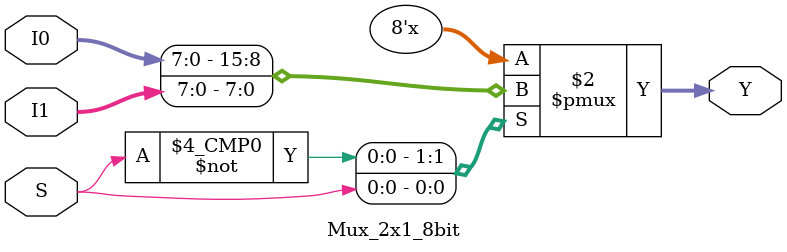
<source format=v>
module Mux_2x1_8bit(I0, I1, S, Y);
  input[7:0] I0, I1;
  input S;
  output reg [7:0] Y;

  always @(*) begin
    case (S)
      1'b0: Y = I0; 
      1'b1: Y = I1;  
    endcase
  end
endmodule
</source>
